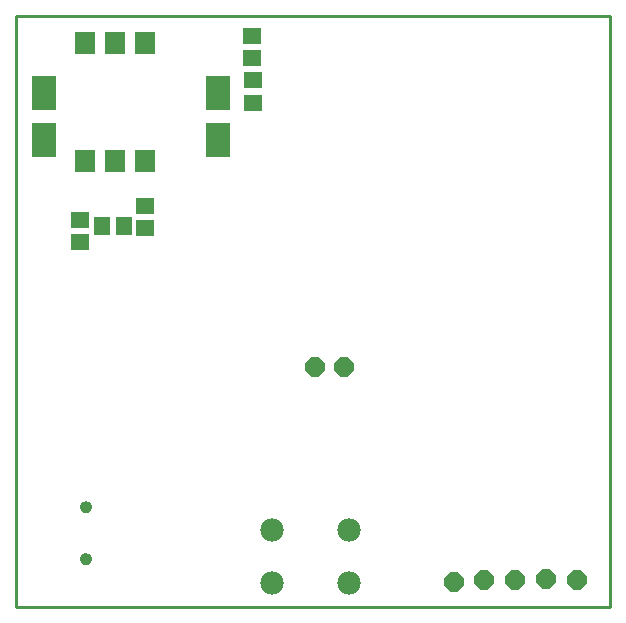
<source format=gbs>
G75*
%MOIN*%
%OFA0B0*%
%FSLAX25Y25*%
%IPPOS*%
%LPD*%
%AMOC8*
5,1,8,0,0,1.08239X$1,22.5*
%
%ADD10C,0.01000*%
%ADD11R,0.06306X0.05518*%
%ADD12R,0.06699X0.07487*%
%ADD13R,0.08274X0.11424*%
%ADD14C,0.00000*%
%ADD15C,0.03943*%
%ADD16C,0.07800*%
%ADD17R,0.05518X0.06306*%
%ADD18OC8,0.06400*%
D10*
X0001500Y0012458D02*
X0199335Y0012458D01*
X0199335Y0209309D01*
X0001500Y0209309D01*
X0001500Y0012458D01*
D11*
X0022794Y0133910D03*
X0022794Y0141390D03*
X0044271Y0138546D03*
X0044271Y0146026D03*
X0080506Y0180455D03*
X0080506Y0187936D03*
X0080097Y0195204D03*
X0080097Y0202685D03*
D12*
X0044305Y0200214D03*
X0034305Y0200214D03*
X0024305Y0200214D03*
X0024305Y0160844D03*
X0034305Y0160844D03*
X0044305Y0160844D03*
D13*
X0068596Y0167931D03*
X0068596Y0183679D03*
X0010722Y0183679D03*
X0010722Y0167931D03*
D14*
X0022759Y0045765D02*
X0022761Y0045849D01*
X0022767Y0045932D01*
X0022777Y0046015D01*
X0022791Y0046098D01*
X0022808Y0046180D01*
X0022830Y0046261D01*
X0022855Y0046340D01*
X0022884Y0046419D01*
X0022917Y0046496D01*
X0022953Y0046571D01*
X0022993Y0046645D01*
X0023036Y0046717D01*
X0023083Y0046786D01*
X0023133Y0046853D01*
X0023186Y0046918D01*
X0023242Y0046980D01*
X0023300Y0047040D01*
X0023362Y0047097D01*
X0023426Y0047150D01*
X0023493Y0047201D01*
X0023562Y0047248D01*
X0023633Y0047293D01*
X0023706Y0047333D01*
X0023781Y0047370D01*
X0023858Y0047404D01*
X0023936Y0047434D01*
X0024015Y0047460D01*
X0024096Y0047483D01*
X0024178Y0047501D01*
X0024260Y0047516D01*
X0024343Y0047527D01*
X0024426Y0047534D01*
X0024510Y0047537D01*
X0024594Y0047536D01*
X0024677Y0047531D01*
X0024761Y0047522D01*
X0024843Y0047509D01*
X0024925Y0047493D01*
X0025006Y0047472D01*
X0025087Y0047448D01*
X0025165Y0047420D01*
X0025243Y0047388D01*
X0025319Y0047352D01*
X0025393Y0047313D01*
X0025465Y0047271D01*
X0025535Y0047225D01*
X0025603Y0047176D01*
X0025668Y0047124D01*
X0025731Y0047069D01*
X0025791Y0047011D01*
X0025849Y0046950D01*
X0025903Y0046886D01*
X0025955Y0046820D01*
X0026003Y0046752D01*
X0026048Y0046681D01*
X0026089Y0046608D01*
X0026128Y0046534D01*
X0026162Y0046458D01*
X0026193Y0046380D01*
X0026220Y0046301D01*
X0026244Y0046220D01*
X0026263Y0046139D01*
X0026279Y0046057D01*
X0026291Y0045974D01*
X0026299Y0045890D01*
X0026303Y0045807D01*
X0026303Y0045723D01*
X0026299Y0045640D01*
X0026291Y0045556D01*
X0026279Y0045473D01*
X0026263Y0045391D01*
X0026244Y0045310D01*
X0026220Y0045229D01*
X0026193Y0045150D01*
X0026162Y0045072D01*
X0026128Y0044996D01*
X0026089Y0044922D01*
X0026048Y0044849D01*
X0026003Y0044778D01*
X0025955Y0044710D01*
X0025903Y0044644D01*
X0025849Y0044580D01*
X0025791Y0044519D01*
X0025731Y0044461D01*
X0025668Y0044406D01*
X0025603Y0044354D01*
X0025535Y0044305D01*
X0025465Y0044259D01*
X0025393Y0044217D01*
X0025319Y0044178D01*
X0025243Y0044142D01*
X0025165Y0044110D01*
X0025087Y0044082D01*
X0025006Y0044058D01*
X0024925Y0044037D01*
X0024843Y0044021D01*
X0024761Y0044008D01*
X0024677Y0043999D01*
X0024594Y0043994D01*
X0024510Y0043993D01*
X0024426Y0043996D01*
X0024343Y0044003D01*
X0024260Y0044014D01*
X0024178Y0044029D01*
X0024096Y0044047D01*
X0024015Y0044070D01*
X0023936Y0044096D01*
X0023858Y0044126D01*
X0023781Y0044160D01*
X0023706Y0044197D01*
X0023633Y0044237D01*
X0023562Y0044282D01*
X0023493Y0044329D01*
X0023426Y0044380D01*
X0023362Y0044433D01*
X0023300Y0044490D01*
X0023242Y0044550D01*
X0023186Y0044612D01*
X0023133Y0044677D01*
X0023083Y0044744D01*
X0023036Y0044813D01*
X0022993Y0044885D01*
X0022953Y0044959D01*
X0022917Y0045034D01*
X0022884Y0045111D01*
X0022855Y0045190D01*
X0022830Y0045269D01*
X0022808Y0045350D01*
X0022791Y0045432D01*
X0022777Y0045515D01*
X0022767Y0045598D01*
X0022761Y0045681D01*
X0022759Y0045765D01*
X0022759Y0028443D02*
X0022761Y0028527D01*
X0022767Y0028610D01*
X0022777Y0028693D01*
X0022791Y0028776D01*
X0022808Y0028858D01*
X0022830Y0028939D01*
X0022855Y0029018D01*
X0022884Y0029097D01*
X0022917Y0029174D01*
X0022953Y0029249D01*
X0022993Y0029323D01*
X0023036Y0029395D01*
X0023083Y0029464D01*
X0023133Y0029531D01*
X0023186Y0029596D01*
X0023242Y0029658D01*
X0023300Y0029718D01*
X0023362Y0029775D01*
X0023426Y0029828D01*
X0023493Y0029879D01*
X0023562Y0029926D01*
X0023633Y0029971D01*
X0023706Y0030011D01*
X0023781Y0030048D01*
X0023858Y0030082D01*
X0023936Y0030112D01*
X0024015Y0030138D01*
X0024096Y0030161D01*
X0024178Y0030179D01*
X0024260Y0030194D01*
X0024343Y0030205D01*
X0024426Y0030212D01*
X0024510Y0030215D01*
X0024594Y0030214D01*
X0024677Y0030209D01*
X0024761Y0030200D01*
X0024843Y0030187D01*
X0024925Y0030171D01*
X0025006Y0030150D01*
X0025087Y0030126D01*
X0025165Y0030098D01*
X0025243Y0030066D01*
X0025319Y0030030D01*
X0025393Y0029991D01*
X0025465Y0029949D01*
X0025535Y0029903D01*
X0025603Y0029854D01*
X0025668Y0029802D01*
X0025731Y0029747D01*
X0025791Y0029689D01*
X0025849Y0029628D01*
X0025903Y0029564D01*
X0025955Y0029498D01*
X0026003Y0029430D01*
X0026048Y0029359D01*
X0026089Y0029286D01*
X0026128Y0029212D01*
X0026162Y0029136D01*
X0026193Y0029058D01*
X0026220Y0028979D01*
X0026244Y0028898D01*
X0026263Y0028817D01*
X0026279Y0028735D01*
X0026291Y0028652D01*
X0026299Y0028568D01*
X0026303Y0028485D01*
X0026303Y0028401D01*
X0026299Y0028318D01*
X0026291Y0028234D01*
X0026279Y0028151D01*
X0026263Y0028069D01*
X0026244Y0027988D01*
X0026220Y0027907D01*
X0026193Y0027828D01*
X0026162Y0027750D01*
X0026128Y0027674D01*
X0026089Y0027600D01*
X0026048Y0027527D01*
X0026003Y0027456D01*
X0025955Y0027388D01*
X0025903Y0027322D01*
X0025849Y0027258D01*
X0025791Y0027197D01*
X0025731Y0027139D01*
X0025668Y0027084D01*
X0025603Y0027032D01*
X0025535Y0026983D01*
X0025465Y0026937D01*
X0025393Y0026895D01*
X0025319Y0026856D01*
X0025243Y0026820D01*
X0025165Y0026788D01*
X0025087Y0026760D01*
X0025006Y0026736D01*
X0024925Y0026715D01*
X0024843Y0026699D01*
X0024761Y0026686D01*
X0024677Y0026677D01*
X0024594Y0026672D01*
X0024510Y0026671D01*
X0024426Y0026674D01*
X0024343Y0026681D01*
X0024260Y0026692D01*
X0024178Y0026707D01*
X0024096Y0026725D01*
X0024015Y0026748D01*
X0023936Y0026774D01*
X0023858Y0026804D01*
X0023781Y0026838D01*
X0023706Y0026875D01*
X0023633Y0026915D01*
X0023562Y0026960D01*
X0023493Y0027007D01*
X0023426Y0027058D01*
X0023362Y0027111D01*
X0023300Y0027168D01*
X0023242Y0027228D01*
X0023186Y0027290D01*
X0023133Y0027355D01*
X0023083Y0027422D01*
X0023036Y0027491D01*
X0022993Y0027563D01*
X0022953Y0027637D01*
X0022917Y0027712D01*
X0022884Y0027789D01*
X0022855Y0027868D01*
X0022830Y0027947D01*
X0022808Y0028028D01*
X0022791Y0028110D01*
X0022777Y0028193D01*
X0022767Y0028276D01*
X0022761Y0028359D01*
X0022759Y0028443D01*
D15*
X0024531Y0028443D03*
X0024531Y0045765D03*
D16*
X0086633Y0038091D03*
X0086633Y0020291D03*
X0112233Y0020291D03*
X0112233Y0038091D03*
D17*
X0037386Y0139220D03*
X0029906Y0139220D03*
D18*
X0100909Y0092183D03*
X0110752Y0092183D03*
X0147401Y0020775D03*
X0157342Y0021287D03*
X0167593Y0021267D03*
X0177903Y0021553D03*
X0188405Y0021376D03*
M02*

</source>
